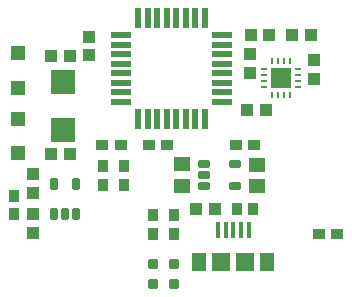
<source format=gtp>
G04 Layer_Color=8421504*
%FSLAX25Y25*%
%MOIN*%
G70*
G01*
G75*
%ADD10R,0.04803X0.04921*%
%ADD11R,0.04724X0.06102*%
%ADD12R,0.05905X0.06102*%
%ADD13R,0.01575X0.05315*%
G04:AMPARAMS|DCode=14|XSize=23.62mil|YSize=39.37mil|CornerRadius=2.95mil|HoleSize=0mil|Usage=FLASHONLY|Rotation=0.000|XOffset=0mil|YOffset=0mil|HoleType=Round|Shape=RoundedRectangle|*
%AMROUNDEDRECTD14*
21,1,0.02362,0.03347,0,0,0.0*
21,1,0.01772,0.03937,0,0,0.0*
1,1,0.00591,0.00886,-0.01673*
1,1,0.00591,-0.00886,-0.01673*
1,1,0.00591,-0.00886,0.01673*
1,1,0.00591,0.00886,0.01673*
%
%ADD14ROUNDEDRECTD14*%
G04:AMPARAMS|DCode=15|XSize=23.62mil|YSize=39.37mil|CornerRadius=2.95mil|HoleSize=0mil|Usage=FLASHONLY|Rotation=270.000|XOffset=0mil|YOffset=0mil|HoleType=Round|Shape=RoundedRectangle|*
%AMROUNDEDRECTD15*
21,1,0.02362,0.03347,0,0,270.0*
21,1,0.01772,0.03937,0,0,270.0*
1,1,0.00591,-0.01673,-0.00886*
1,1,0.00591,-0.01673,0.00886*
1,1,0.00591,0.01673,0.00886*
1,1,0.00591,0.01673,-0.00886*
%
%ADD15ROUNDEDRECTD15*%
%ADD16R,0.07000X0.02200*%
%ADD17R,0.02200X0.07000*%
%ADD18R,0.03937X0.03740*%
%ADD19R,0.03740X0.03937*%
G04:AMPARAMS|DCode=20|XSize=31.5mil|YSize=31.5mil|CornerRadius=3.94mil|HoleSize=0mil|Usage=FLASHONLY|Rotation=90.000|XOffset=0mil|YOffset=0mil|HoleType=Round|Shape=RoundedRectangle|*
%AMROUNDEDRECTD20*
21,1,0.03150,0.02362,0,0,90.0*
21,1,0.02362,0.03150,0,0,90.0*
1,1,0.00787,0.01181,0.01181*
1,1,0.00787,0.01181,-0.01181*
1,1,0.00787,-0.01181,-0.01181*
1,1,0.00787,-0.01181,0.01181*
%
%ADD20ROUNDEDRECTD20*%
%ADD21R,0.03543X0.03937*%
%ADD22R,0.03937X0.03937*%
%ADD23R,0.05709X0.04528*%
%ADD24R,0.03937X0.03937*%
%ADD25R,0.07087X0.07087*%
%ADD26O,0.02559X0.00984*%
%ADD27O,0.00984X0.02559*%
%ADD28R,0.08071X0.08268*%
D10*
X15811Y79996D02*
D03*
Y68382D02*
D03*
X15736Y46642D02*
D03*
Y58256D02*
D03*
D11*
X98811Y10449D02*
D03*
X75976D02*
D03*
D12*
X91331D02*
D03*
X83457D02*
D03*
D13*
X82276Y21079D02*
D03*
X84835D02*
D03*
X92512D02*
D03*
X89953D02*
D03*
X87394D02*
D03*
D14*
X35051Y36567D02*
D03*
X27571Y26331D02*
D03*
X31311D02*
D03*
X35051D02*
D03*
X27571Y36567D02*
D03*
D15*
X87929Y35709D02*
D03*
X77693Y43189D02*
D03*
Y39449D02*
D03*
Y35709D02*
D03*
X87929Y43189D02*
D03*
D16*
X49911Y85974D02*
D03*
Y82824D02*
D03*
Y79674D02*
D03*
Y76524D02*
D03*
Y73374D02*
D03*
Y70224D02*
D03*
Y67074D02*
D03*
Y63924D02*
D03*
X83711D02*
D03*
Y67074D02*
D03*
Y70224D02*
D03*
Y73374D02*
D03*
Y76524D02*
D03*
Y79674D02*
D03*
Y82824D02*
D03*
Y85974D02*
D03*
D17*
X55786Y58049D02*
D03*
X58936D02*
D03*
X62086D02*
D03*
X65236D02*
D03*
X68386D02*
D03*
X71536D02*
D03*
X74686D02*
D03*
X77836D02*
D03*
Y91849D02*
D03*
X74686D02*
D03*
X71536D02*
D03*
X68386D02*
D03*
X65236D02*
D03*
X62086D02*
D03*
X58936D02*
D03*
X55786D02*
D03*
D18*
X59161Y49449D02*
D03*
X65461D02*
D03*
X94461D02*
D03*
X88161D02*
D03*
X49961D02*
D03*
X43661D02*
D03*
X115847Y19740D02*
D03*
X122146D02*
D03*
D19*
X14311Y26299D02*
D03*
Y32598D02*
D03*
X60811Y26039D02*
D03*
Y19740D02*
D03*
X44024Y42299D02*
D03*
Y36000D02*
D03*
X67811Y26039D02*
D03*
Y19740D02*
D03*
X51024Y36000D02*
D03*
Y42299D02*
D03*
D20*
X67811Y3102D02*
D03*
Y9795D02*
D03*
X60811Y3102D02*
D03*
Y9795D02*
D03*
D21*
X88673Y28248D02*
D03*
X93988D02*
D03*
D22*
X20811Y33417D02*
D03*
Y39717D02*
D03*
Y26331D02*
D03*
Y20031D02*
D03*
X93035Y73389D02*
D03*
Y79688D02*
D03*
X114311Y77716D02*
D03*
Y71417D02*
D03*
X39287Y85594D02*
D03*
Y79295D02*
D03*
D23*
X70311Y42992D02*
D03*
Y35906D02*
D03*
X95276Y42787D02*
D03*
Y35701D02*
D03*
D24*
X106937Y85974D02*
D03*
X113236D02*
D03*
X93161D02*
D03*
X99461D02*
D03*
X26661Y46449D02*
D03*
X32961D02*
D03*
X81275Y28248D02*
D03*
X74976D02*
D03*
X26661Y78949D02*
D03*
X32961D02*
D03*
X98425Y61024D02*
D03*
X92126D02*
D03*
D25*
X103233Y71765D02*
D03*
D26*
X108844Y74717D02*
D03*
Y72749D02*
D03*
Y70780D02*
D03*
Y68812D02*
D03*
X97623D02*
D03*
Y70780D02*
D03*
Y72749D02*
D03*
Y74717D02*
D03*
D27*
X106186Y66154D02*
D03*
X104218D02*
D03*
X102249D02*
D03*
X100281D02*
D03*
Y77375D02*
D03*
X102249D02*
D03*
X104218D02*
D03*
X106186D02*
D03*
D28*
X30811Y54476D02*
D03*
Y70421D02*
D03*
M02*

</source>
